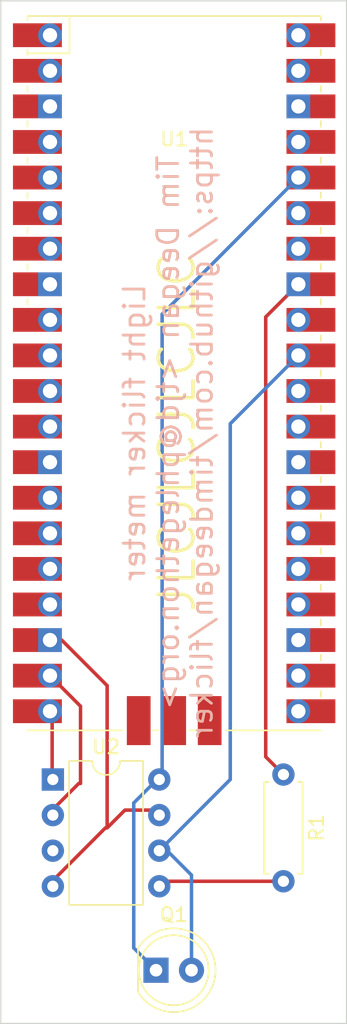
<source format=kicad_pcb>
(kicad_pcb (version 20211014) (generator pcbnew)
  (layers (0 "F.Cu" signal) (31 "B.Cu" signal) (34 "B.Paste" user) (35 "F.Paste" user) (36 "B.SilkS" user "B.Silkscreen") (37 "F.SilkS" user "F.Silkscreen") (38 "B.Mask" user) (39 "F.Mask" user) (44 "Edge.Cuts" user))
  (net 0 "")
  (net 39 "Net-(U1-Pad33)")
  (net 40 "Net-(R1-Pad2)")
  (net 41 "Net-(U1-Pad18)")
  (net 42 "Net-(U1-Pad19)")
  (net 43 "Net-(U2-Pad6)")
  (net 44 "Net-(U2-Pad8)")
  (net 45 "Net-(U2-Pad1)")
  (footprint "Pico:RPi_Pico_SMD_TH" (layer "F.Cu") (at 75.361 85.294)
    (fp_text reference "U1" (at 0 -16.714) (layer "F.SilkS"))
    (fp_text value "Pico")
    (fp_line (start 10.5 -25.5) (end 10.5 -25.2) (layer "F.SilkS") (width 0.12))
    (fp_line (start -10.5 -5.3) (end -10.5 -4.9) (layer "F.SilkS") (width 0.12))
    (fp_line (start 10.5 -15.4) (end 10.5 -15) (layer "F.SilkS") (width 0.12))
    (fp_line (start 10.5 -2.7) (end 10.5 -2.3) (layer "F.SilkS") (width 0.12))
    (fp_line (start 10.5 7.4) (end 10.5 7.8) (layer "F.SilkS") (width 0.12))
    (fp_line (start 10.5 -23.1) (end 10.5 -22.7) (layer "F.SilkS") (width 0.12))
    (fp_line (start 10.5 -10.4) (end 10.5 -10) (layer "F.SilkS") (width 0.12))
    (fp_line (start 10.5 25.5) (end 3.7 25.5) (layer "F.SilkS") (width 0.12))
    (fp_line (start 10.5 -7.8) (end 10.5 -7.4) (layer "F.SilkS") (width 0.12))
    (fp_line (start 10.5 17.6) (end 10.5 18) (layer "F.SilkS") (width 0.12))
    (fp_line (start 10.5 22.7) (end 10.5 23.1) (layer "F.SilkS") (width 0.12))
    (fp_line (start -10.5 -25.5) (end 10.5 -25.5) (layer "F.SilkS") (width 0.12))
    (fp_line (start 1.1 25.5) (end 1.5 25.5) (layer "F.SilkS") (width 0.12))
    (fp_line (start 10.5 -20.5) (end 10.5 -20.1) (layer "F.SilkS") (width 0.12))
    (fp_line (start 10.5 10) (end 10.5 10.4) (layer "F.SilkS") (width 0.12))
    (fp_line (start -7.493 -22.833) (end -7.493 -25.5) (layer "F.SilkS") (width 0.12))
    (fp_line (start -10.5 -12.9) (end -10.5 -12.5) (layer "F.SilkS") (width 0.12))
    (fp_line (start 10.5 -0.2) (end 10.5 0.2) (layer "F.SilkS") (width 0.12))
    (fp_line (start -10.5 -10.4) (end -10.5 -10) (layer "F.SilkS") (width 0.12))
    (fp_line (start 10.5 -18) (end 10.5 -17.6) (layer "F.SilkS") (width 0.12))
    (fp_line (start -10.5 -22.833) (end -7.493 -22.833) (layer "F.SilkS") (width 0.12))
    (fp_line (start -10.5 -23.1) (end -10.5 -22.7) (layer "F.SilkS") (width 0.12))
    (fp_line (start 10.5 4.9) (end 10.5 5.3) (layer "F.SilkS") (width 0.12))
    (fp_line (start 10.5 2.3) (end 10.5 2.7) (layer "F.SilkS") (width 0.12))
    (fp_line (start -10.5 -18) (end -10.5 -17.6) (layer "F.SilkS") (width 0.12))
    (fp_line (start 10.5 -12.9) (end 10.5 -12.5) (layer "F.SilkS") (width 0.12))
    (fp_line (start -1.5 25.5) (end -1.1 25.5) (layer "F.SilkS") (width 0.12))
    (fp_line (start -10.5 -15.4) (end -10.5 -15) (layer "F.SilkS") (width 0.12))
    (fp_line (start -10.5 -20.5) (end -10.5 -20.1) (layer "F.SilkS") (width 0.12))
    (fp_line (start 10.5 -5.3) (end 10.5 -4.9) (layer "F.SilkS") (width 0.12))
    (fp_line (start -10.5 -25.5) (end -10.5 -25.2) (layer "F.SilkS") (width 0.12))
    (fp_line (start -10.5 -7.8) (end -10.5 -7.4) (layer "F.SilkS") (width 0.12))
    (fp_line (start 10.5 12.5) (end 10.5 12.9) (layer "F.SilkS") (width 0.12))
    (fp_line (start 10.5 15.1) (end 10.5 15.5) (layer "F.SilkS") (width 0.12))
    (fp_line (start -3.7 25.5) (end -10.5 25.5) (layer "F.SilkS") (width 0.12))
    (fp_line (start 10.5 20.1) (end 10.5 20.5) (layer "F.SilkS") (width 0.12))
    (pad "" np_thru_hole oval (at -2.425 -20.97) (size 1.5 1.5) (drill 1.5) (layers *.Cu *.Mask))
    (pad "" np_thru_hole oval (at 2.725 -24) (size 1.8 1.8) (drill 1.8) (layers *.Cu *.Mask))
    (pad "" np_thru_hole oval (at 2.425 -20.97) (size 1.5 1.5) (drill 1.5) (layers *.Cu *.Mask))
    (pad "" np_thru_hole oval (at -2.725 -24) (size 1.8 1.8) (drill 1.8) (layers *.Cu *.Mask))
    (pad "1" thru_hole oval (at -8.89 -24.13) (size 1.7 1.7) (drill 1.02) (layers *.Cu *.Mask))
    (pad "1" smd rect (at -8.89 -24.13) (size 3.5 1.7) (drill (offset -0.9 0)) (layers "F.Cu" "F.Mask"))
    (pad "2" smd rect (at -8.89 -21.59) (size 3.5 1.7) (drill (offset -0.9 0)) (layers "F.Cu" "F.Mask"))
    (pad "2" thru_hole oval (at -8.89 -21.59) (size 1.7 1.7) (drill 1.02) (layers *.Cu *.Mask))
    (pad "3" thru_hole rect (at -8.89 -19.05) (size 1.7 1.7) (drill 1.02) (layers *.Cu *.Mask))
    (pad "3" smd rect (at -8.89 -19.05) (size 3.5 1.7) (drill (offset -0.9 0)) (layers "F.Cu" "F.Mask"))
    (pad "4" thru_hole oval (at -8.89 -16.51) (size 1.7 1.7) (drill 1.02) (layers *.Cu *.Mask))
    (pad "4" smd rect (at -8.89 -16.51) (size 3.5 1.7) (drill (offset -0.9 0)) (layers "F.Cu" "F.Mask"))
    (pad "5" smd rect (at -8.89 -13.97) (size 3.5 1.7) (drill (offset -0.9 0)) (layers "F.Cu" "F.Mask"))
    (pad "5" thru_hole oval (at -8.89 -13.97) (size 1.7 1.7) (drill 1.02) (layers *.Cu *.Mask))
    (pad "6" thru_hole oval (at -8.89 -11.43) (size 1.7 1.7) (drill 1.02) (layers *.Cu *.Mask))
    (pad "6" smd rect (at -8.89 -11.43) (size 3.5 1.7) (drill (offset -0.9 0)) (layers "F.Cu" "F.Mask"))
    (pad "7" thru_hole oval (at -8.89 -8.89) (size 1.7 1.7) (drill 1.02) (layers *.Cu *.Mask))
    (pad "7" smd rect (at -8.89 -8.89) (size 3.5 1.7) (drill (offset -0.9 0)) (layers "F.Cu" "F.Mask"))
    (pad "8" thru_hole rect (at -8.89 -6.35) (size 1.7 1.7) (drill 1.02) (layers *.Cu *.Mask))
    (pad "8" smd rect (at -8.89 -6.35) (size 3.5 1.7) (drill (offset -0.9 0)) (layers "F.Cu" "F.Mask"))
    (pad "9" smd rect (at -8.89 -3.81) (size 3.5 1.7) (drill (offset -0.9 0)) (layers "F.Cu" "F.Mask"))
    (pad "9" thru_hole oval (at -8.89 -3.81) (size 1.7 1.7) (drill 1.02) (layers *.Cu *.Mask))
    (pad "10" thru_hole oval (at -8.89 -1.27) (size 1.7 1.7) (drill 1.02) (layers *.Cu *.Mask))
    (pad "10" smd rect (at -8.89 -1.27) (size 3.5 1.7) (drill (offset -0.9 0)) (layers "F.Cu" "F.Mask"))
    (pad "11" thru_hole oval (at -8.89 1.27) (size 1.7 1.7) (drill 1.02) (layers *.Cu *.Mask))
    (pad "11" smd rect (at -8.89 1.27) (size 3.5 1.7) (drill (offset -0.9 0)) (layers "F.Cu" "F.Mask"))
    (pad "12" thru_hole oval (at -8.89 3.81) (size 1.7 1.7) (drill 1.02) (layers *.Cu *.Mask))
    (pad "12" smd rect (at -8.89 3.81) (size 3.5 1.7) (drill (offset -0.9 0)) (layers "F.Cu" "F.Mask"))
    (pad "13" thru_hole rect (at -8.89 6.35) (size 1.7 1.7) (drill 1.02) (layers *.Cu *.Mask))
    (pad "13" smd rect (at -8.89 6.35) (size 3.5 1.7) (drill (offset -0.9 0)) (layers "F.Cu" "F.Mask"))
    (pad "14" thru_hole oval (at -8.89 8.89) (size 1.7 1.7) (drill 1.02) (layers *.Cu *.Mask))
    (pad "14" smd rect (at -8.89 8.89) (size 3.5 1.7) (drill (offset -0.9 0)) (layers "F.Cu" "F.Mask"))
    (pad "15" thru_hole oval (at -8.89 11.43) (size 1.7 1.7) (drill 1.02) (layers *.Cu *.Mask))
    (pad "15" smd rect (at -8.89 11.43) (size 3.5 1.7) (drill (offset -0.9 0)) (layers "F.Cu" "F.Mask"))
    (pad "16" thru_hole oval (at -8.89 13.97) (size 1.7 1.7) (drill 1.02) (layers *.Cu *.Mask))
    (pad "16" smd rect (at -8.89 13.97) (size 3.5 1.7) (drill (offset -0.9 0)) (layers "F.Cu" "F.Mask"))
    (pad "17" thru_hole oval (at -8.89 16.51) (size 1.7 1.7) (drill 1.02) (layers *.Cu *.Mask))
    (pad "17" smd rect (at -8.89 16.51) (size 3.5 1.7) (drill (offset -0.9 0)) (layers "F.Cu" "F.Mask"))
    (pad "18" thru_hole rect (at -8.89 19.05) (size 1.7 1.7) (drill 1.02) (layers *.Cu *.Mask) (net 41 "Net-(U1-Pad18)"))
    (pad "18" smd rect (at -8.89 19.05) (size 3.5 1.7) (drill (offset -0.9 0)) (layers "F.Cu" "F.Mask") (net 41 "Net-(U1-Pad18)"))
    (pad "19" smd rect (at -8.89 21.59) (size 3.5 1.7) (drill (offset -0.9 0)) (layers "F.Cu" "F.Mask") (net 42 "Net-(U1-Pad19)"))
    (pad "19" thru_hole oval (at -8.89 21.59) (size 1.7 1.7) (drill 1.02) (layers *.Cu *.Mask) (net 42 "Net-(U1-Pad19)"))
    (pad "20" smd rect (at -8.89 24.13) (size 3.5 1.7) (drill (offset -0.9 0)) (layers "F.Cu" "F.Mask") (net 45 "Net-(U2-Pad1)"))
    (pad "20" thru_hole oval (at -8.89 24.13) (size 1.7 1.7) (drill 1.02) (layers *.Cu *.Mask) (net 45 "Net-(U2-Pad1)"))
    (pad "21" thru_hole oval (at 8.89 24.13) (size 1.7 1.7) (drill 1.02) (layers *.Cu *.Mask))
    (pad "21" smd rect (at 8.89 24.13) (size 3.5 1.7) (drill (offset 0.9 0)) (layers "F.Cu" "F.Mask"))
    (pad "22" smd rect (at 8.89 21.59) (size 3.5 1.7) (drill (offset 0.9 0)) (layers "F.Cu" "F.Mask"))
    (pad "22" thru_hole oval (at 8.89 21.59) (size 1.7 1.7) (drill 1.02) (layers *.Cu *.Mask))
    (pad "23" thru_hole rect (at 8.89 19.05) (size 1.7 1.7) (drill 1.02) (layers *.Cu *.Mask))
    (pad "23" smd rect (at 8.89 19.05) (size 3.5 1.7) (drill (offset 0.9 0)) (layers "F.Cu" "F.Mask"))
    (pad "24" thru_hole oval (at 8.89 16.51) (size 1.7 1.7) (drill 1.02) (layers *.Cu *.Mask))
    (pad "24" smd rect (at 8.89 16.51) (size 3.5 1.7) (drill (offset 0.9 0)) (layers "F.Cu" "F.Mask"))
    (pad "25" smd rect (at 8.89 13.97) (size 3.5 1.7) (drill (offset 0.9 0)) (layers "F.Cu" "F.Mask"))
    (pad "25" thru_hole oval (at 8.89 13.97) (size 1.7 1.7) (drill 1.02) (layers *.Cu *.Mask))
    (pad "26" thru_hole oval (at 8.89 11.43) (size 1.7 1.7) (drill 1.02) (layers *.Cu *.Mask))
    (pad "26" smd rect (at 8.89 11.43) (size 3.5 1.7) (drill (offset 0.9 0)) (layers "F.Cu" "F.Mask"))
    (pad "27" smd rect (at 8.89 8.89) (size 3.5 1.7) (drill (offset 0.9 0)) (layers "F.Cu" "F.Mask"))
    (pad "27" thru_hole oval (at 8.89 8.89) (size 1.7 1.7) (drill 1.02) (layers *.Cu *.Mask))
    (pad "28" thru_hole rect (at 8.89 6.35) (size 1.7 1.7) (drill 1.02) (layers *.Cu *.Mask))
    (pad "28" smd rect (at 8.89 6.35) (size 3.5 1.7) (drill (offset 0.9 0)) (layers "F.Cu" "F.Mask"))
    (pad "29" smd rect (at 8.89 3.81) (size 3.5 1.7) (drill (offset 0.9 0)) (layers "F.Cu" "F.Mask"))
    (pad "29" thru_hole oval (at 8.89 3.81) (size 1.7 1.7) (drill 1.02) (layers *.Cu *.Mask))
    (pad "30" smd rect (at 8.89 1.27) (size 3.5 1.7) (drill (offset 0.9 0)) (layers "F.Cu" "F.Mask"))
    (pad "30" thru_hole oval (at 8.89 1.27) (size 1.7 1.7) (drill 1.02) (layers *.Cu *.Mask))
    (pad "31" thru_hole oval (at 8.89 -1.27) (size 1.7 1.7) (drill 1.02) (layers *.Cu *.Mask) (net 43 "Net-(U2-Pad6)"))
    (pad "31" smd rect (at 8.89 -1.27) (size 3.5 1.7) (drill (offset 0.9 0)) (layers "F.Cu" "F.Mask") (net 43 "Net-(U2-Pad6)"))
    (pad "32" smd rect (at 8.89 -3.81) (size 3.5 1.7) (drill (offset 0.9 0)) (layers "F.Cu" "F.Mask"))
    (pad "32" thru_hole oval (at 8.89 -3.81) (size 1.7 1.7) (drill 1.02) (layers *.Cu *.Mask))
    (pad "33" thru_hole rect (at 8.89 -6.35) (size 1.7 1.7) (drill 1.02) (layers *.Cu *.Mask) (net 39 "Net-(U1-Pad33)"))
    (pad "33" smd rect (at 8.89 -6.35) (size 3.5 1.7) (drill (offset 0.9 0)) (layers "F.Cu" "F.Mask") (net 39 "Net-(U1-Pad33)"))
    (pad "34" thru_hole oval (at 8.89 -8.89) (size 1.7 1.7) (drill 1.02) (layers *.Cu *.Mask))
    (pad "34" smd rect (at 8.89 -8.89) (size 3.5 1.7) (drill (offset 0.9 0)) (layers "F.Cu" "F.Mask"))
    (pad "35" smd rect (at 8.89 -11.43) (size 3.5 1.7) (drill (offset 0.9 0)) (layers "F.Cu" "F.Mask"))
    (pad "35" thru_hole oval (at 8.89 -11.43) (size 1.7 1.7) (drill 1.02) (layers *.Cu *.Mask))
    (pad "36" smd rect (at 8.89 -13.97) (size 3.5 1.7) (drill (offset 0.9 0)) (layers "F.Cu" "F.Mask") (net 44 "Net-(U2-Pad8)"))
    (pad "36" thru_hole oval (at 8.89 -13.97) (size 1.7 1.7) (drill 1.02) (layers *.Cu *.Mask) (net 44 "Net-(U2-Pad8)"))
    (pad "37" thru_hole oval (at 8.89 -16.51) (size 1.7 1.7) (drill 1.02) (layers *.Cu *.Mask))
    (pad "37" smd rect (at 8.89 -16.51) (size 3.5 1.7) (drill (offset 0.9 0)) (layers "F.Cu" "F.Mask"))
    (pad "38" smd rect (at 8.89 -19.05) (size 3.5 1.7) (drill (offset 0.9 0)) (layers "F.Cu" "F.Mask"))
    (pad "38" thru_hole rect (at 8.89 -19.05) (size 1.7 1.7) (drill 1.02) (layers *.Cu *.Mask))
    (pad "39" smd rect (at 8.89 -21.59) (size 3.5 1.7) (drill (offset 0.9 0)) (layers "F.Cu" "F.Mask"))
    (pad "39" thru_hole oval (at 8.89 -21.59) (size 1.7 1.7) (drill 1.02) (layers *.Cu *.Mask))
    (pad "40" smd rect (at 8.89 -24.13) (size 3.5 1.7) (drill (offset 0.9 0)) (layers "F.Cu" "F.Mask"))
    (pad "40" thru_hole oval (at 8.89 -24.13) (size 1.7 1.7) (drill 1.02) (layers *.Cu *.Mask))
    (pad "41" smd rect (at -2.54 23.9 90) (size 3.5 1.7) (drill (offset -0.9 0)) (layers "F.Cu" "F.Mask"))
    (pad "42" smd rect (at 0 23.9 90) (size 3.5 1.7) (drill (offset -0.9 0)) (layers "F.Cu" "F.Mask"))
    (pad "43" smd rect (at 2.54 23.9 90) (size 3.5 1.7) (drill (offset -0.9 0)) (layers "F.Cu" "F.Mask"))
  )
  (footprint "Resistor_THT:R_Axial_DIN0207_L6.3mm_D2.5mm_P7.62mm_Horizontal" (layer "F.Cu") (at 83.182 113.944 -90)
    (fp_text reference "R1" (at 3.81 -2.37 90) (layer "F.SilkS"))
    (fp_text value "680R")
    (fp_line (start 0.54 -1.04) (end 0.54 -1.37) (layer "F.SilkS") (width 0.12))
    (fp_line (start 0.54 1.37) (end 7.08 1.37) (layer "F.SilkS") (width 0.12))
    (fp_line (start 7.08 -1.37) (end 7.08 -1.04) (layer "F.SilkS") (width 0.12))
    (fp_line (start 0.54 -1.37) (end 7.08 -1.37) (layer "F.SilkS") (width 0.12))
    (fp_line (start 7.08 1.37) (end 7.08 1.04) (layer "F.SilkS") (width 0.12))
    (fp_line (start 0.54 1.04) (end 0.54 1.37) (layer "F.SilkS") (width 0.12))
    (pad "1" thru_hole circle (at 0 0 270) (size 1.6 1.6) (drill 0.8) (layers *.Cu *.Mask) (net 39 "Net-(U1-Pad33)"))
    (pad "2" thru_hole oval (at 7.62 0 270) (size 1.6 1.6) (drill 0.8) (layers *.Cu *.Mask) (net 40 "Net-(R1-Pad2)"))
  )
  (footprint "Package_DIP:DIP-8_W7.62mm" (layer "F.Cu") (at 66.675 114.3)
    (fp_text reference "U2" (at 3.81 -2.33) (layer "F.SilkS"))
    (fp_text value "AD5220")
    (fp_line (start 1.16 8.95) (end 6.46 8.95) (layer "F.SilkS") (width 0.12))
    (fp_line (start 6.46 -1.33) (end 4.81 -1.33) (layer "F.SilkS") (width 0.12))
    (fp_line (start 1.16 -1.33) (end 1.16 8.95) (layer "F.SilkS") (width 0.12))
    (fp_line (start 6.46 8.95) (end 6.46 -1.33) (layer "F.SilkS") (width 0.12))
    (fp_line (start 2.81 -1.33) (end 1.16 -1.33) (layer "F.SilkS") (width 0.12))
    (fp_arc (start 4.81 -1.33) (mid 3.81 -0.33) (end 2.81 -1.33) (layer "F.SilkS") (width 0.12))
    (pad "1" thru_hole rect (at 0 0) (size 1.6 1.6) (drill 0.8) (layers *.Cu *.Mask) (net 45 "Net-(U2-Pad1)"))
    (pad "2" thru_hole oval (at 0 2.54) (size 1.6 1.6) (drill 0.8) (layers *.Cu *.Mask) (net 42 "Net-(U1-Pad19)"))
    (pad "3" thru_hole oval (at 0 5.08) (size 1.6 1.6) (drill 0.8) (layers *.Cu *.Mask))
    (pad "4" thru_hole oval (at 0 7.62) (size 1.6 1.6) (drill 0.8) (layers *.Cu *.Mask) (net 41 "Net-(U1-Pad18)"))
    (pad "5" thru_hole oval (at 7.62 7.62) (size 1.6 1.6) (drill 0.8) (layers *.Cu *.Mask) (net 40 "Net-(R1-Pad2)"))
    (pad "6" thru_hole oval (at 7.62 5.08) (size 1.6 1.6) (drill 0.8) (layers *.Cu *.Mask) (net 43 "Net-(U2-Pad6)"))
    (pad "7" thru_hole oval (at 7.62 2.54) (size 1.6 1.6) (drill 0.8) (layers *.Cu *.Mask) (net 41 "Net-(U1-Pad18)"))
    (pad "8" thru_hole oval (at 7.62 0) (size 1.6 1.6) (drill 0.8) (layers *.Cu *.Mask) (net 44 "Net-(U2-Pad8)"))
  )
  (footprint "LED_THT:LED_D5.0mm_Clear" (layer "F.Cu") (at 74.061 127.914)
    (fp_text reference "Q1" (at 1.27 -3.96) (layer "F.SilkS"))
    (fp_text value "SFH300")
    (fp_line (start -1.29 -1.545) (end -1.29 1.545) (layer "F.SilkS") (width 0.12))
    (fp_arc (start -1.29 -1.54483) (mid 2.072002 -2.880433) (end 4.26 0.000462) (layer "F.SilkS") (width 0.12))
    (fp_arc (start 4.26 -0.000462) (mid 2.072002 2.880433) (end -1.29 1.54483) (layer "F.SilkS") (width 0.12))
    (fp_circle (center 1.27 0) (end 3.77 0) (layer "F.SilkS") (width 0.12) (fill none))
    (pad "1" thru_hole rect (at 0 0) (size 1.8 1.8) (drill 0.9) (layers *.Cu *.Mask) (net 44 "Net-(U2-Pad8)"))
    (pad "2" thru_hole circle (at 2.54 0) (size 1.8 1.8) (drill 0.9) (layers *.Cu *.Mask) (net 43 "Net-(U2-Pad6)"))
  )
  (gr_rect (start 62.942 58.699) (end 87.707 131.724) (layer "Edge.Cuts") (width 0.1) (fill none))
  (gr_text "Light flicker meter\nTim Deegan <tjd@phlegethon.org>\nhttps://github.com/timdeegan/flicker\n" (at 74.93 89.535 90) (layer "B.SilkS") (effects (font (size 1.5 1.5) (thickness 0.2)) (justify mirror)))
  (gr_text "JLCJLCJLCJLC" (at 75.565 89.535 90) (layer "F.SilkS") (effects (font (size 2.5 2.5) (thickness 0.25))))
  (segment (start 84.251 78.944) (end 81.915 81.28) (width 0.25) (layer "F.Cu") (net 39))
  (segment (start 81.915 112.677) (end 83.182 113.944) (width 0.25) (layer "F.Cu") (net 39))
  (segment (start 81.915 81.28) (end 81.915 112.677) (width 0.25) (layer "F.Cu") (net 39))
  (segment (start 74.499 121.564) (end 83.182 121.564) (width 0.25) (layer "F.Cu") (net 40))
  (segment (start 70.562 107.594) (end 67.312 104.344) (width 0.25) (layer "F.Cu") (net 41))
  (segment (start 70.435 117.754) (end 70.562 117.754) (width 0.25) (layer "F.Cu") (net 41))
  (segment (start 71.832 116.484) (end 70.562 117.754) (width 0.25) (layer "F.Cu") (net 41))
  (segment (start 70.562 117.754) (end 70.562 107.594) (width 0.25) (layer "F.Cu") (net 41))
  (segment (start 66.625 121.564) (end 70.435 117.754) (width 0.25) (layer "F.Cu") (net 41))
  (segment (start 74.499 116.484) (end 71.832 116.484) (width 0.25) (layer "F.Cu") (net 41))
  (segment (start 67.312 104.344) (end 66.471 104.344) (width 0.25) (layer "F.Cu") (net 41))
  (segment (start 68.53 114.579) (end 68.657 114.579) (width 0.25) (layer "F.Cu") (net 42))
  (segment (start 68.657 114.579) (end 68.657 109.07) (width 0.25) (layer "F.Cu") (net 42))
  (segment (start 68.657 109.07) (end 66.471 106.884) (width 0.25) (layer "F.Cu") (net 42))
  (segment (start 66.625 116.484) (end 68.53 114.579) (width 0.25) (layer "F.Cu") (net 42))
  (segment (start 74.295 119.38) (end 79.375 114.3) (width 0.25) (layer "B.Cu") (net 43))
  (segment (start 76.601 121.126) (end 74.499 119.024) (width 0.25) (layer "B.Cu") (net 43))
  (segment (start 79.375 88.9) (end 84.251 84.024) (width 0.25) (layer "B.Cu") (net 43))
  (segment (start 79.375 114.3) (end 79.375 88.9) (width 0.25) (layer "B.Cu") (net 43))
  (segment (start 76.601 127.914) (end 76.601 121.126) (width 0.25) (layer "B.Cu") (net 43))
  (segment (start 74.499 113.944) (end 74.499 81.076) (width 0.25) (layer "B.Cu") (net 44))
  (segment (start 72.467 115.976) (end 74.499 113.944) (width 0.25) (layer "B.Cu") (net 44))
  (segment (start 72.467 126.32) (end 72.467 115.976) (width 0.25) (layer "B.Cu") (net 44))
  (segment (start 74.061 127.914) (end 72.467 126.32) (width 0.25) (layer "B.Cu") (net 44))
  (segment (start 74.499 81.076) (end 84.251 71.324) (width 0.25) (layer "B.Cu") (net 44))
  (segment (start 66.625 113.944) (end 66.625 109.578) (width 0.25) (layer "F.Cu") (net 45))
  (segment (start 66.625 109.578) (end 66.471 109.424) (width 0.25) (layer "F.Cu") (net 45))
)
</source>
